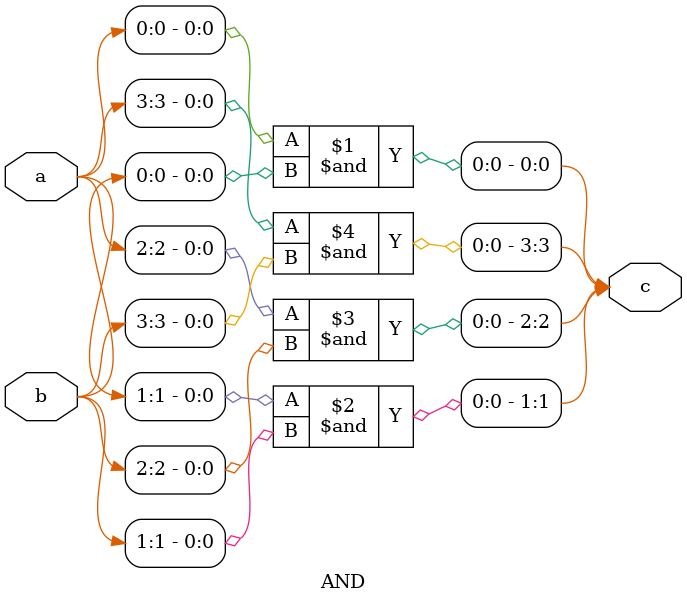
<source format=v>
module AND(
input wire [3:0] a,b,
output wire [3:0] c);

assign c[0] = a[0] & b[0];
assign c[1] = a[1] & b[1];
assign c[2] = a[2] & b[2];
assign c[3] = a[3] & b[3];

endmodule

</source>
